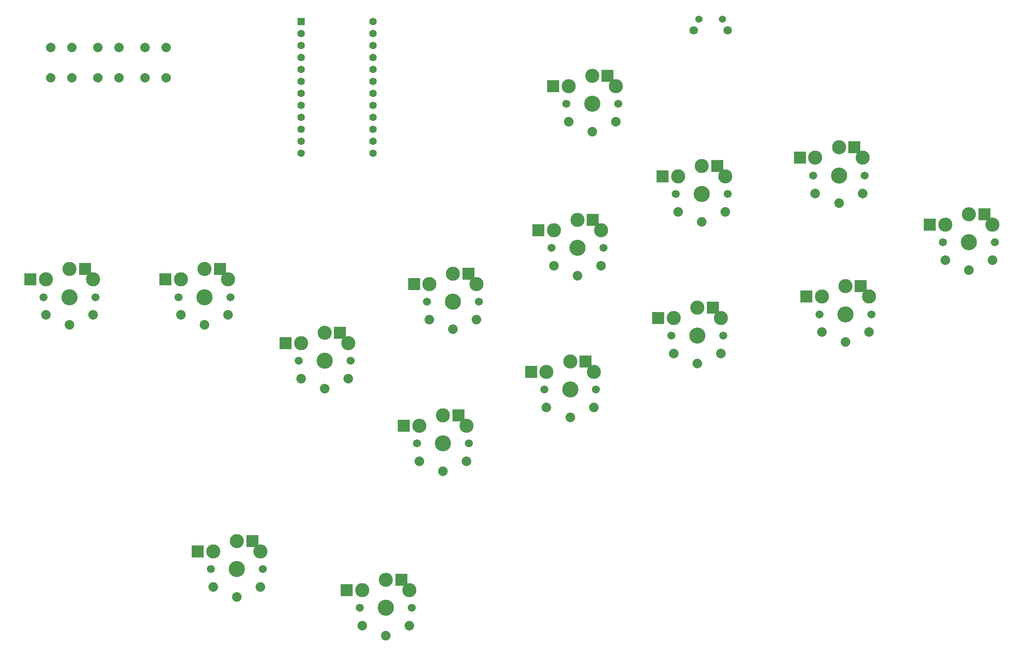
<source format=gts>
G04 #@! TF.GenerationSoftware,KiCad,Pcbnew,7.0.9*
G04 #@! TF.CreationDate,2023-12-17T00:29:00+09:00*
G04 #@! TF.ProjectId,ergoSHIFT-rev1-kicad,6572676f-5348-4494-9654-2d726576312d,rev.1*
G04 #@! TF.SameCoordinates,Original*
G04 #@! TF.FileFunction,Soldermask,Top*
G04 #@! TF.FilePolarity,Negative*
%FSLAX46Y46*%
G04 Gerber Fmt 4.6, Leading zero omitted, Abs format (unit mm)*
G04 Created by KiCad (PCBNEW 7.0.9) date 2023-12-17 00:29:00*
%MOMM*%
%LPD*%
G01*
G04 APERTURE LIST*
%ADD10C,1.701800*%
%ADD11C,3.000000*%
%ADD12C,3.429000*%
%ADD13C,2.032000*%
%ADD14R,2.600000X2.600000*%
%ADD15C,1.524000*%
%ADD16C,1.800000*%
%ADD17R,1.600000X1.600000*%
%ADD18C,1.600000*%
%ADD19C,2.000000*%
G04 APERTURE END LIST*
D10*
X200250000Y-90880000D03*
D11*
X200750000Y-87130000D03*
X205750000Y-84930000D03*
D12*
X205750000Y-90880000D03*
D11*
X210750000Y-87130000D03*
D10*
X211250000Y-90880000D03*
D13*
X205750000Y-96780000D03*
D14*
X209025000Y-84930000D03*
X197475000Y-87130000D03*
D13*
X200750000Y-94680000D03*
X210750000Y-94680000D03*
D10*
X177040000Y-71750000D03*
D11*
X177540000Y-68000000D03*
X182540000Y-65800000D03*
D12*
X182540000Y-71750000D03*
D11*
X187540000Y-68000000D03*
D10*
X188040000Y-71750000D03*
D13*
X182540000Y-77650000D03*
D14*
X185815000Y-65800000D03*
X174265000Y-68000000D03*
D13*
X177540000Y-75550000D03*
X187540000Y-75550000D03*
D10*
X172370000Y-132370000D03*
D11*
X172870000Y-128620000D03*
X177870000Y-126420000D03*
D12*
X177870000Y-132370000D03*
D11*
X182870000Y-128620000D03*
D10*
X183370000Y-132370000D03*
D13*
X177870000Y-138270000D03*
D14*
X181145000Y-126420000D03*
X169595000Y-128620000D03*
D13*
X172870000Y-136170000D03*
X182870000Y-136170000D03*
D10*
X230720000Y-116390000D03*
D11*
X231220000Y-112640000D03*
X236220000Y-110440000D03*
D12*
X236220000Y-116390000D03*
D11*
X241220000Y-112640000D03*
D10*
X241720000Y-116390000D03*
D13*
X236220000Y-122290000D03*
D14*
X239495000Y-110440000D03*
X227945000Y-112640000D03*
D13*
X231220000Y-120190000D03*
X241220000Y-120190000D03*
D15*
X205200000Y-53750000D03*
X210200000Y-53750000D03*
D16*
X204100000Y-56150000D03*
X211300000Y-56150000D03*
D17*
X120880000Y-54300000D03*
D18*
X120880000Y-56840000D03*
X120880000Y-59380000D03*
X120880000Y-61920000D03*
X120880000Y-64460000D03*
X120880000Y-67000000D03*
X120880000Y-69540000D03*
X120880000Y-72080000D03*
X120880000Y-74620000D03*
X120880000Y-77160000D03*
X120880000Y-79700000D03*
X120880000Y-82240000D03*
X136120000Y-82240000D03*
X136120000Y-79700000D03*
X136120000Y-77160000D03*
X136120000Y-74620000D03*
X136120000Y-72080000D03*
X136120000Y-69540000D03*
X136120000Y-67000000D03*
X136120000Y-64460000D03*
X136120000Y-61920000D03*
X136120000Y-59380000D03*
X136120000Y-56840000D03*
X136120000Y-54300000D03*
D10*
X120320000Y-126260000D03*
D11*
X120820000Y-122510000D03*
X125820000Y-120310000D03*
D12*
X125820000Y-126260000D03*
D11*
X130820000Y-122510000D03*
D10*
X131320000Y-126260000D03*
D13*
X125820000Y-132160000D03*
D14*
X129095000Y-120310000D03*
X117545000Y-122510000D03*
D13*
X120820000Y-130060000D03*
X130820000Y-130060000D03*
D19*
X82250000Y-59750000D03*
X82250000Y-66250000D03*
X77750000Y-59750000D03*
X77750000Y-66250000D03*
D10*
X256920000Y-101110000D03*
D11*
X257420000Y-97360000D03*
X262420000Y-95160000D03*
D12*
X262420000Y-101110000D03*
D11*
X267420000Y-97360000D03*
D10*
X267920000Y-101110000D03*
D13*
X262420000Y-107010000D03*
D14*
X265695000Y-95160000D03*
X254145000Y-97360000D03*
D13*
X257420000Y-104910000D03*
X267420000Y-104910000D03*
D10*
X145390000Y-143810000D03*
D11*
X145890000Y-140060000D03*
X150890000Y-137860000D03*
D12*
X150890000Y-143810000D03*
D11*
X155890000Y-140060000D03*
D10*
X156390000Y-143810000D03*
D13*
X150890000Y-149710000D03*
D14*
X154165000Y-137860000D03*
X142615000Y-140060000D03*
D13*
X145890000Y-147610000D03*
X155890000Y-147610000D03*
D10*
X147550000Y-113700000D03*
D11*
X148050000Y-109950000D03*
X153050000Y-107750000D03*
D12*
X153050000Y-113700000D03*
D11*
X158050000Y-109950000D03*
D10*
X158550000Y-113700000D03*
D13*
X153050000Y-119600000D03*
D14*
X156325000Y-107750000D03*
X144775000Y-109950000D03*
D13*
X148050000Y-117500000D03*
X158050000Y-117500000D03*
D10*
X101720000Y-170470000D03*
D11*
X102220000Y-166720000D03*
X107220000Y-164520000D03*
D12*
X107220000Y-170470000D03*
D11*
X112220000Y-166720000D03*
D10*
X112720000Y-170470000D03*
D13*
X107220000Y-176370000D03*
D14*
X110495000Y-164520000D03*
X98945000Y-166720000D03*
D13*
X102220000Y-174270000D03*
X112220000Y-174270000D03*
D10*
X173900000Y-102290000D03*
D11*
X174400000Y-98540000D03*
X179400000Y-96340000D03*
D12*
X179400000Y-102290000D03*
D11*
X184400000Y-98540000D03*
D10*
X184900000Y-102290000D03*
D13*
X179400000Y-108190000D03*
D14*
X182675000Y-96340000D03*
X171125000Y-98540000D03*
D13*
X174400000Y-106090000D03*
X184400000Y-106090000D03*
D10*
X199350000Y-120930000D03*
D11*
X199850000Y-117180000D03*
X204850000Y-114980000D03*
D12*
X204850000Y-120930000D03*
D11*
X209850000Y-117180000D03*
D10*
X210350000Y-120930000D03*
D13*
X204850000Y-126830000D03*
D14*
X208125000Y-114980000D03*
X196575000Y-117180000D03*
D13*
X199850000Y-124730000D03*
X209850000Y-124730000D03*
D10*
X133290000Y-178670000D03*
D11*
X133790000Y-174920000D03*
X138790000Y-172720000D03*
D12*
X138790000Y-178670000D03*
D11*
X143790000Y-174920000D03*
D10*
X144290000Y-178670000D03*
D13*
X138790000Y-184570000D03*
D14*
X142065000Y-172720000D03*
X130515000Y-174920000D03*
D13*
X133790000Y-182470000D03*
X143790000Y-182470000D03*
D19*
X92250000Y-59750000D03*
X92250000Y-66250000D03*
X87750000Y-59750000D03*
X87750000Y-66250000D03*
X72250000Y-59750000D03*
X72250000Y-66250000D03*
X67750000Y-59750000D03*
X67750000Y-66250000D03*
D10*
X229350000Y-86940000D03*
D11*
X229850000Y-83190000D03*
X234850000Y-80990000D03*
D12*
X234850000Y-86940000D03*
D11*
X239850000Y-83190000D03*
D10*
X240350000Y-86940000D03*
D13*
X234850000Y-92840000D03*
D14*
X238125000Y-80990000D03*
X226575000Y-83190000D03*
D13*
X229850000Y-90740000D03*
X239850000Y-90740000D03*
D10*
X94870000Y-112750000D03*
D11*
X95370000Y-109000000D03*
X100370000Y-106800000D03*
D12*
X100370000Y-112750000D03*
D11*
X105370000Y-109000000D03*
D10*
X105870000Y-112750000D03*
D13*
X100370000Y-118650000D03*
D14*
X103645000Y-106800000D03*
X92095000Y-109000000D03*
D13*
X95370000Y-116550000D03*
X105370000Y-116550000D03*
D10*
X66250000Y-112750000D03*
D11*
X66750000Y-109000000D03*
X71750000Y-106800000D03*
D12*
X71750000Y-112750000D03*
D11*
X76750000Y-109000000D03*
D10*
X77250000Y-112750000D03*
D13*
X71750000Y-118650000D03*
D14*
X75025000Y-106800000D03*
X63475000Y-109000000D03*
D13*
X66750000Y-116550000D03*
X76750000Y-116550000D03*
M02*

</source>
